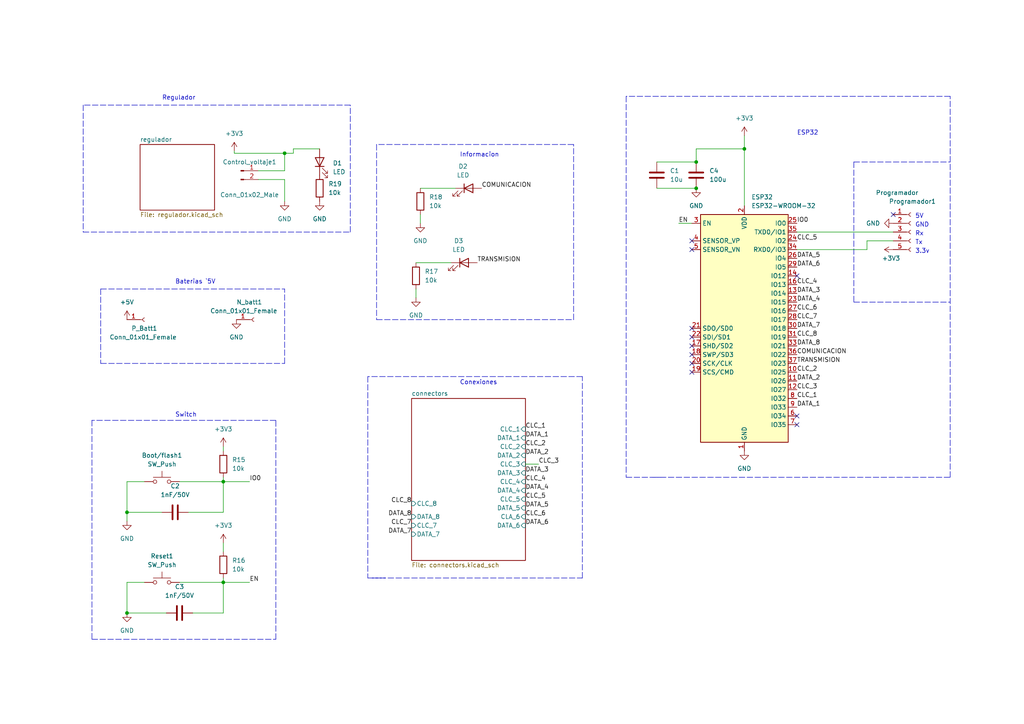
<source format=kicad_sch>
(kicad_sch (version 20211123) (generator eeschema)
  (paper "A4")
  (lib_symbols
    (symbol "Connector:Conn_01x01_Female" (pin_names (offset 1.016) hide)
      (property "Reference" "J" (at 0 2.54 0))
      (property "Value" "Conn_01x01_Female" (at 0 -2.54 0))
      (symbol "Conn_01x01_Female_1_1"
        (polyline (pts (xy -1.27 0) (xy -0.508 0)) (stroke (width 0.1524)))
        (arc (start 0 0.508) (mid -0.508 0) (end 0 -0.508) (stroke (width 0.1524)))
        (pin passive line (at -5.08 0 0) (length 3.81) (name "Pin_1") (number "1"))
      )
    )
    (symbol "Connector:Conn_01x02_Male" (pin_names (offset 1.016) hide)
      (property "Reference" "J" (at 0 2.54 0))
      (property "Value" "Conn_01x02_Male" (at 0 -5.08 0))
      (symbol "Conn_01x02_Male_1_1"
        (polyline (pts (xy 1.27 -2.54) (xy 0.8636 -2.54)) (stroke (width 0.1524)))
        (polyline (pts (xy 1.27 0) (xy 0.8636 0)) (stroke (width 0.1524)))
        (rectangle (start 0.8636 -2.413) (end 0 -2.667) (stroke (width 0.1524)) (fill (type outline)))
        (rectangle (start 0.8636 0.127) (end 0 -0.127) (stroke (width 0.1524)) (fill (type outline)))
        (pin passive line (at 5.08 0 180) (length 3.81) (name "Pin_1") (number "1"))
        (pin passive line (at 5.08 -2.54 180) (length 3.81) (name "Pin_2") (number "2"))
      )
    )
    (symbol "Connector:Conn_01x05_Female" (pin_names (offset 1.016) hide)
      (property "Reference" "J" (at 0 7.62 0))
      (property "Value" "Conn_01x05_Female" (at 0 -7.62 0))
      (symbol "Conn_01x05_Female_1_1"
        (arc (start 0 -4.572) (mid -0.508 -5.08) (end 0 -5.588) (stroke (width 0.1524)))
        (arc (start 0 -2.032) (mid -0.508 -2.54) (end 0 -3.048) (stroke (width 0.1524)))
        (polyline (pts (xy -1.27 -5.08) (xy -0.508 -5.08)) (stroke (width 0.1524)))
        (polyline (pts (xy -1.27 -2.54) (xy -0.508 -2.54)) (stroke (width 0.1524)))
        (polyline (pts (xy -1.27 0) (xy -0.508 0)) (stroke (width 0.1524)))
        (polyline (pts (xy -1.27 2.54) (xy -0.508 2.54)) (stroke (width 0.1524)))
        (polyline (pts (xy -1.27 5.08) (xy -0.508 5.08)) (stroke (width 0.1524)))
        (arc (start 0 0.508) (mid -0.508 0) (end 0 -0.508) (stroke (width 0.1524)))
        (arc (start 0 3.048) (mid -0.508 2.54) (end 0 2.032) (stroke (width 0.1524)))
        (arc (start 0 5.588) (mid -0.508 5.08) (end 0 4.572) (stroke (width 0.1524)))
        (pin passive line (at -5.08 5.08 0) (length 3.81) (name "Pin_1") (number "1"))
        (pin passive line (at -5.08 2.54 0) (length 3.81) (name "Pin_2") (number "2"))
        (pin passive line (at -5.08 0 0) (length 3.81) (name "Pin_3") (number "3"))
        (pin passive line (at -5.08 -2.54 0) (length 3.81) (name "Pin_4") (number "4"))
        (pin passive line (at -5.08 -5.08 0) (length 3.81) (name "Pin_5") (number "5"))
      )
    )
    (symbol "Device:C" (pin_numbers hide) (pin_names (offset 0.254))
      (property "Reference" "C" (at 0.635 2.54 0))
      (property "Value" "C" (at 0.635 -2.54 0))
      (symbol "C_0_1"
        (polyline (pts (xy -2.032 -0.762) (xy 2.032 -0.762)) (stroke (width 0.508)))
        (polyline (pts (xy -2.032 0.762) (xy 2.032 0.762)) (stroke (width 0.508)))
      )
      (symbol "C_1_1"
        (pin passive line (at 0 3.81 270) (length 2.794) (name "~") (number "1"))
        (pin passive line (at 0 -3.81 90) (length 2.794) (name "~") (number "2"))
      )
    )
    (symbol "Device:LED" (pin_numbers hide) (pin_names (offset 1.016) hide)
      (property "Reference" "D" (at 0 2.54 0))
      (property "Value" "LED" (at 0 -2.54 0))
      (symbol "LED_0_1"
        (polyline (pts (xy -1.27 -1.27) (xy -1.27 1.27)) (stroke (width 0.254)))
        (polyline (pts (xy -1.27 0) (xy 1.27 0)))
        (polyline (pts (xy 1.27 -1.27) (xy 1.27 1.27) (xy -1.27 0) (xy 1.27 -1.27)) (stroke (width 0.254)))
        (polyline (pts (xy -3.048 -0.762) (xy -4.572 -2.286) (xy -3.81 -2.286) (xy -4.572 -2.286) (xy -4.572 -1.524)))
        (polyline (pts (xy -1.778 -0.762) (xy -3.302 -2.286) (xy -2.54 -2.286) (xy -3.302 -2.286) (xy -3.302 -1.524)))
      )
      (symbol "LED_1_1"
        (pin passive line (at -3.81 0 0) (length 2.54) (name "K") (number "1"))
        (pin passive line (at 3.81 0 180) (length 2.54) (name "A") (number "2"))
      )
    )
    (symbol "Device:R" (pin_numbers hide) (pin_names (offset 0))
      (property "Reference" "R" (at 2.032 0 90))
      (property "Value" "R" (at 0 0 90))
      (symbol "R_0_1"
        (rectangle (start -1.016 -2.54) (end 1.016 2.54) (stroke (width 0.254)))
      )
      (symbol "R_1_1"
        (pin passive line (at 0 3.81 270) (length 1.27) (name "~") (number "1"))
        (pin passive line (at 0 -3.81 90) (length 1.27) (name "~") (number "2"))
      )
    )
    (symbol "RF_Module:ESP32-WROOM-32"
      (property "Reference" "U" (at -12.7 34.29 0))
      (property "Value" "ESP32-WROOM-32" (at 1.27 34.29 0))
      (symbol "ESP32-WROOM-32_0_1"
        (rectangle (start -12.7 33.02) (end 12.7 -33.02) (stroke (width 0.254)) (fill (type background)))
      )
      (symbol "ESP32-WROOM-32_1_1"
        (pin power_in line (at 0 -35.56 90) (length 2.54) (name "GND") (number "1"))
        (pin bidirectional line (at 15.24 -12.7 180) (length 2.54) (name "IO25") (number "10"))
        (pin bidirectional line (at 15.24 -15.24 180) (length 2.54) (name "IO26") (number "11"))
        (pin bidirectional line (at 15.24 -17.78 180) (length 2.54) (name "IO27") (number "12"))
        (pin bidirectional line (at 15.24 10.16 180) (length 2.54) (name "IO14") (number "13"))
        (pin bidirectional line (at 15.24 15.24 180) (length 2.54) (name "IO12") (number "14"))
        (pin passive line (at 0 -35.56 90) (length 2.54) hide (name "GND") (number "15"))
        (pin bidirectional line (at 15.24 12.7 180) (length 2.54) (name "IO13") (number "16"))
        (pin bidirectional line (at -15.24 -5.08 0) (length 2.54) (name "SHD/SD2") (number "17"))
        (pin bidirectional line (at -15.24 -7.62 0) (length 2.54) (name "SWP/SD3") (number "18"))
        (pin bidirectional line (at -15.24 -12.7 0) (length 2.54) (name "SCS/CMD") (number "19"))
        (pin power_in line (at 0 35.56 270) (length 2.54) (name "VDD") (number "2"))
        (pin bidirectional line (at -15.24 -10.16 0) (length 2.54) (name "SCK/CLK") (number "20"))
        (pin bidirectional line (at -15.24 0 0) (length 2.54) (name "SDO/SD0") (number "21"))
        (pin bidirectional line (at -15.24 -2.54 0) (length 2.54) (name "SDI/SD1") (number "22"))
        (pin bidirectional line (at 15.24 7.62 180) (length 2.54) (name "IO15") (number "23"))
        (pin bidirectional line (at 15.24 25.4 180) (length 2.54) (name "IO2") (number "24"))
        (pin bidirectional line (at 15.24 30.48 180) (length 2.54) (name "IO0") (number "25"))
        (pin bidirectional line (at 15.24 20.32 180) (length 2.54) (name "IO4") (number "26"))
        (pin bidirectional line (at 15.24 5.08 180) (length 2.54) (name "IO16") (number "27"))
        (pin bidirectional line (at 15.24 2.54 180) (length 2.54) (name "IO17") (number "28"))
        (pin bidirectional line (at 15.24 17.78 180) (length 2.54) (name "IO5") (number "29"))
        (pin input line (at -15.24 30.48 0) (length 2.54) (name "EN") (number "3"))
        (pin bidirectional line (at 15.24 0 180) (length 2.54) (name "IO18") (number "30"))
        (pin bidirectional line (at 15.24 -2.54 180) (length 2.54) (name "IO19") (number "31"))
        (pin no_connect line (at -12.7 -27.94 0) (length 2.54) hide (name "NC") (number "32"))
        (pin bidirectional line (at 15.24 -5.08 180) (length 2.54) (name "IO21") (number "33"))
        (pin bidirectional line (at 15.24 22.86 180) (length 2.54) (name "RXD0/IO3") (number "34"))
        (pin bidirectional line (at 15.24 27.94 180) (length 2.54) (name "TXD0/IO1") (number "35"))
        (pin bidirectional line (at 15.24 -7.62 180) (length 2.54) (name "IO22") (number "36"))
        (pin bidirectional line (at 15.24 -10.16 180) (length 2.54) (name "IO23") (number "37"))
        (pin passive line (at 0 -35.56 90) (length 2.54) hide (name "GND") (number "38"))
        (pin passive line (at 0 -35.56 90) (length 2.54) hide (name "GND") (number "39"))
        (pin input line (at -15.24 25.4 0) (length 2.54) (name "SENSOR_VP") (number "4"))
        (pin input line (at -15.24 22.86 0) (length 2.54) (name "SENSOR_VN") (number "5"))
        (pin input line (at 15.24 -25.4 180) (length 2.54) (name "IO34") (number "6"))
        (pin input line (at 15.24 -27.94 180) (length 2.54) (name "IO35") (number "7"))
        (pin bidirectional line (at 15.24 -20.32 180) (length 2.54) (name "IO32") (number "8"))
        (pin bidirectional line (at 15.24 -22.86 180) (length 2.54) (name "IO33") (number "9"))
      )
    )
    (symbol "Switch:SW_Push" (pin_numbers hide) (pin_names (offset 1.016) hide)
      (property "Reference" "SW" (at 1.27 2.54 0))
      (property "Value" "SW_Push" (at 0 -1.524 0))
      (symbol "SW_Push_0_1"
        (circle (center -2.032 0) (radius 0.508))
        (polyline (pts (xy 0 1.27) (xy 0 3.048)))
        (polyline (pts (xy 2.54 1.27) (xy -2.54 1.27)))
        (circle (center 2.032 0) (radius 0.508))
        (pin passive line (at -5.08 0 0) (length 2.54) (name "1") (number "1"))
        (pin passive line (at 5.08 0 180) (length 2.54) (name "2") (number "2"))
      )
    )
    (symbol "power:+3.3V" (power) (pin_names (offset 0))
      (property "Value" "+3.3V" (at 0 3.556 0))
      (symbol "+3.3V_0_1"
        (polyline (pts (xy -0.762 1.27) (xy 0 2.54)))
        (polyline (pts (xy 0 0) (xy 0 2.54)))
        (polyline (pts (xy 0 2.54) (xy 0.762 1.27)))
      )
      (symbol "+3.3V_1_1"
        (pin power_in line (at 0 0 90) (length 0) hide (name "+3V3") (number "1"))
      )
    )
    (symbol "power:+5V" (power) (pin_names (offset 0))
      (property "Value" "+5V" (at 0 3.556 0))
      (symbol "+5V_0_1"
        (polyline (pts (xy -0.762 1.27) (xy 0 2.54)))
        (polyline (pts (xy 0 0) (xy 0 2.54)))
        (polyline (pts (xy 0 2.54) (xy 0.762 1.27)))
      )
      (symbol "+5V_1_1"
        (pin power_in line (at 0 0 90) (length 0) hide (name "+5V") (number "1"))
      )
    )
    (symbol "power:GND" (power) (pin_names (offset 0))
      (property "Value" "GND" (at 0 -3.81 0))
      (symbol "GND_0_1"
        (polyline (pts (xy 0 0) (xy 0 -1.27) (xy 1.27 -1.27) (xy 0 -2.54) (xy -1.27 -1.27) (xy 0 -1.27)))
      )
      (symbol "GND_1_1"
        (pin power_in line (at 0 0 270) (length 0) hide (name "GND") (number "1"))
      )
    )
  )
  (junction (at 201.93 54.61))
  (junction (at 82.55 44.45))
  (junction (at 36.83 177.8))
  (junction (at 36.83 148.59))
  (junction (at 201.93 46.99))
  (junction (at 64.77 168.91))
  (junction (at 215.9 43.18))
  (junction (at 64.77 139.7))
  (no_connect (at 231.14 80.01))
  (no_connect (at 200.66 105.41))
  (no_connect (at 200.66 102.87))
  (no_connect (at 231.14 123.19))
  (no_connect (at 231.14 120.65))
  (no_connect (at 200.66 107.95))
  (no_connect (at 200.66 100.33))
  (no_connect (at 200.66 97.79))
  (no_connect (at 200.66 95.25))
  (no_connect (at 200.66 72.39))
  (no_connect (at 200.66 69.85))
  (no_connect (at 259.08 62.23))
  (wire (pts (xy 85.09 43.18) (xy 85.09 44.45)))
  (wire (pts (xy 231.14 72.39) (xy 251.46 72.39)))
  (polyline (pts (xy 181.61 138.43) (xy 191.77 138.43)))
  (polyline (pts (xy 29.21 83.82) (xy 82.55 83.82)))
  (polyline (pts (xy 80.01 121.92) (xy 26.67 121.92)))
  (polyline (pts (xy 181.61 27.94) (xy 181.61 138.43)))
  (wire (pts (xy 67.945 44.45) (xy 67.945 43.815)))
  (wire (pts (xy 36.83 168.91) (xy 41.91 168.91)))
  (polyline (pts (xy 101.6 67.31) (xy 101.6 30.48)))
  (wire (pts (xy 64.77 139.7) (xy 72.39 139.7)))
  (wire (pts (xy 64.77 139.7) (xy 64.77 138.43)))
  (wire (pts (xy 215.9 43.18) (xy 215.9 59.69)))
  (wire (pts (xy 92.71 43.18) (xy 85.09 43.18)))
  (wire (pts (xy 82.55 49.53) (xy 82.55 44.45)))
  (polyline (pts (xy 166.37 92.71) (xy 166.37 41.91)))
  (wire (pts (xy 74.93 52.07) (xy 82.55 52.07)))
  (wire (pts (xy 64.77 168.91) (xy 64.77 167.64)))
  (wire (pts (xy 190.5 54.61) (xy 201.93 54.61)))
  (polyline (pts (xy 82.55 105.41) (xy 82.55 83.82)))
  (polyline (pts (xy 166.37 41.91) (xy 109.22 41.91)))
  (polyline (pts (xy 275.59 138.43) (xy 275.59 27.94)))
  (polyline (pts (xy 168.91 109.22) (xy 106.68 109.22)))
  (polyline (pts (xy 80.01 185.42) (xy 80.01 121.92)))
  (polyline (pts (xy 24.13 67.31) (xy 101.6 67.31)))
  (polyline (pts (xy 26.67 185.42) (xy 80.01 185.42)))
  (polyline (pts (xy 29.21 83.82) (xy 29.21 105.41)))
  (wire (pts (xy 54.61 148.59) (xy 64.77 148.59)))
  (wire (pts (xy 121.92 54.61) (xy 132.08 54.61)))
  (wire (pts (xy 64.77 129.54) (xy 64.77 130.81)))
  (wire (pts (xy 52.07 139.7) (xy 64.77 139.7)))
  (polyline (pts (xy 29.21 105.41) (xy 82.55 105.41)))
  (polyline (pts (xy 109.22 41.91) (xy 109.22 92.71)))
  (wire (pts (xy 120.65 76.2) (xy 130.81 76.2)))
  (polyline (pts (xy 275.59 27.94) (xy 181.61 27.94)))
  (wire (pts (xy 64.77 168.91) (xy 72.39 168.91)))
  (wire (pts (xy 251.46 69.85) (xy 259.08 69.85)))
  (wire (pts (xy 196.85 64.77) (xy 200.66 64.77)))
  (wire (pts (xy 215.9 39.37) (xy 215.9 43.18)))
  (wire (pts (xy 82.55 52.07) (xy 82.55 58.42)))
  (polyline (pts (xy 189.23 138.43) (xy 275.59 138.43)))
  (wire (pts (xy 121.92 62.23) (xy 121.92 64.77)))
  (wire (pts (xy 231.14 67.31) (xy 259.08 67.31)))
  (wire (pts (xy 251.46 72.39) (xy 251.46 69.85)))
  (wire (pts (xy 82.55 44.45) (xy 85.09 44.45)))
  (wire (pts (xy 152.4 134.62) (xy 156.21 134.62)))
  (wire (pts (xy 36.83 139.7) (xy 41.91 139.7)))
  (wire (pts (xy 36.83 177.8) (xy 48.26 177.8)))
  (wire (pts (xy 52.07 168.91) (xy 64.77 168.91)))
  (polyline (pts (xy 109.22 92.71) (xy 166.37 92.71)))
  (wire (pts (xy 190.5 46.99) (xy 201.93 46.99)))
  (polyline (pts (xy 247.65 87.63) (xy 275.59 87.63)))
  (wire (pts (xy 36.83 168.91) (xy 36.83 177.8)))
  (wire (pts (xy 64.77 148.59) (xy 64.77 139.7)))
  (wire (pts (xy 36.83 139.7) (xy 36.83 148.59)))
  (wire (pts (xy 64.77 177.8) (xy 64.77 168.91)))
  (wire (pts (xy 64.77 157.48) (xy 64.77 160.02)))
  (wire (pts (xy 201.93 46.99) (xy 201.93 43.18)))
  (wire (pts (xy 36.83 148.59) (xy 46.99 148.59)))
  (wire (pts (xy 67.945 44.45) (xy 82.55 44.45)))
  (wire (pts (xy 120.65 83.82) (xy 120.65 86.36)))
  (polyline (pts (xy 107.95 167.64) (xy 168.91 167.64)))
  (wire (pts (xy 55.88 177.8) (xy 64.77 177.8)))
  (polyline (pts (xy 247.65 46.99) (xy 247.65 87.63)))
  (wire (pts (xy 74.93 49.53) (xy 82.55 49.53)))
  (polyline (pts (xy 106.68 167.64) (xy 111.76 167.64)))
  (polyline (pts (xy 24.13 30.48) (xy 24.13 67.31)))
  (polyline (pts (xy 26.67 121.92) (xy 26.67 185.42)))
  (wire (pts (xy 201.93 43.18) (xy 215.9 43.18)))
  (polyline (pts (xy 247.65 46.99) (xy 275.59 46.99)))
  (polyline (pts (xy 168.91 167.64) (xy 168.91 109.22)))
  (wire (pts (xy 36.83 148.59) (xy 36.83 151.13)))
  (polyline (pts (xy 101.6 30.48) (xy 24.13 30.48)))
  (polyline (pts (xy 106.68 109.22) (xy 106.68 167.64)))
  (text "Regulador\n" (at 46.99 29.21 0) (effects (font (size 1.27 1.27)) (justify left bottom)))
  (text "Tx\n" (at 265.43 71.12 0) (effects (font (size 1.27 1.27)) (justify left bottom)))
  (text "ESP32\n" (at 231.14 39.37 0) (effects (font (size 1.27 1.27)) (justify left bottom)))
  (text "GND\n" (at 265.43 66.04 0) (effects (font (size 1.27 1.27)) (justify left bottom)))
  (text "Informacion\n" (at 133.35 45.72 0) (effects (font (size 1.27 1.27)) (justify left bottom)))
  (text "5V\n" (at 265.43 63.5 0) (effects (font (size 1.27 1.27)) (justify left bottom)))
  (text "3.3v\n" (at 265.43 73.66 0) (effects (font (size 1.27 1.27)) (justify left bottom)))
  (text "Baterias `5V\n" (at 50.8 82.55 0) (effects (font (size 1.27 1.27)) (justify left bottom)))
  (text "Switch\n\n" (at 50.8 123.19 0) (effects (font (size 1.27 1.27)) (justify left bottom)))
  (text "Rx\n" (at 265.43 68.58 0) (effects (font (size 1.27 1.27)) (justify left bottom)))
  (text "Conexiones\n" (at 133.35 111.76 0) (effects (font (size 1.27 1.27)) (justify left bottom)))
  (label "DATA_5" (at 152.4 147.32 0))
  (label "CLC_1" (at 231.14 115.57 0))
  (label "CLC_3" (at 231.14 113.03 0))
  (label "CLC_8" (at 119.38 146.05 180))
  (label "CLC_3" (at 156.21 134.62 0))
  (label "DATA_2" (at 152.4 132.08 0))
  (label "DATA_7" (at 119.38 154.94 180))
  (label "CLC_6" (at 231.14 90.17 0))
  (label "CLC_2" (at 152.4 129.54 0))
  (label "CLC_1" (at 152.4 124.46 0))
  (label "TRANSMISION" (at 138.43 76.2 0))
  (label "IO0" (at 72.39 139.7 0))
  (label "CLC_4" (at 231.14 82.55 0))
  (label "DATA_6" (at 152.4 152.4 0))
  (label "DATA_4" (at 231.14 87.63 0))
  (label "CLC_4" (at 152.4 139.7 0))
  (label "CLC_6" (at 152.4 149.86 0))
  (label "DATA_1" (at 231.14 118.11 0))
  (label "DATA_8" (at 119.38 149.86 180))
  (label "EN" (at 196.85 64.77 0))
  (label "CLC_5" (at 152.4 144.78 0))
  (label "CLC_7" (at 119.38 152.4 180))
  (label "DATA_8" (at 231.14 100.33 0))
  (label "DATA_3" (at 231.14 85.09 0))
  (label "CLC_7" (at 231.14 92.71 0))
  (label "DATA_6" (at 231.14 77.47 0))
  (label "IO0" (at 231.14 64.77 0))
  (label "COMUNICACION" (at 139.7 54.61 0))
  (label "DATA_7" (at 231.14 95.25 0))
  (label "DATA_1" (at 152.4 127 0))
  (label "COMUNICACION" (at 231.14 102.87 0))
  (label "DATA_3" (at 152.4 137.16 0))
  (label "EN" (at 72.39 168.91 0))
  (label "CLC_5" (at 231.14 69.85 0))
  (label "CLC_2" (at 231.14 107.95 0))
  (label "DATA_2" (at 231.14 110.49 0))
  (label "CLC_8" (at 231.14 97.79 0))
  (label "DATA_4" (at 152.4 142.24 0))
  (label "DATA_5" (at 231.14 74.93 0))
  (label "TRANSMISION" (at 231.14 105.41 0))
  (symbol (lib_id "power:GND") (at 68.58 92.71 0) (unit 1)
    (property "Reference" "#PWR0111" (effects hide))
    (property "Value" "GND" (at 68.58 97.79 0))
  )
  (symbol (lib_id "Device:R") (at 121.92 58.42 0) (unit 1)
    (property "Reference" "R18" (at 124.46 57.1499 0) (effects (justify left)))
    (property "Value" "10k" (at 124.46 59.6899 0) (effects (justify left)))
    (property "Footprint" "Resistor_SMD:R_0805_2012Metric_Pad1.20x1.40mm_HandSolder" (effects hide))
  )
  (symbol (lib_id "Connector:Conn_01x02_Male") (at 69.85 49.53 0) (unit 1)
    (property "Reference" "Control_voltaje1" (at 72.39 46.99 0))
    (property "Value" "Conn_01x02_Male" (at 72.39 56.515 0))
    (property "Footprint" "Connector_PinHeader_2.54mm:PinHeader_1x02_P2.54mm_Vertical" (effects hide))
  )
  (symbol (lib_id "Connector:Conn_01x01_Female") (at 41.91 92.71 0) (unit 1)
    (property "Reference" "P_Batt1" (at 38.1 95.25 0) (effects (justify left)))
    (property "Value" "Conn_01x01_Female" (at 31.75 97.79 0) (effects (justify left)))
    (property "Footprint" "Connector_PinHeader_2.54mm:PinHeader_1x01_P2.54mm_Vertical" (effects hide))
  )
  (symbol (lib_id "Device:LED") (at 135.89 54.61 0) (unit 1)
    (property "Reference" "D2" (at 134.3025 48.26 0))
    (property "Value" "LED" (at 134.3025 50.8 0))
    (property "Footprint" "LED_SMD:LED_1206_3216Metric_Pad1.42x1.75mm_HandSolder" (effects hide))
    (property "compra" "https://articulo.mercadolibre.com.co/MCO-638946948-diodo-led-smd-1206-x-5-unidades-_JM?searchVariation=88912430079#searchVariation=88912430079&position=43&search_layout=stack&type=item&tracking_id=d4231f3d-9e3d-4e5a-af3b-f00ddaa8a1b0" (effects hide))
  )
  (symbol (lib_id "power:+3.3V") (at 215.9 39.37 0) (unit 1)
    (property "Reference" "#PWR0110" (effects hide))
    (property "Value" "+3.3V" (at 215.9 34.29 0))
  )
  (symbol (lib_id "Device:R") (at 64.77 163.83 0) (unit 1)
    (property "Reference" "R16" (at 67.31 162.5599 0) (effects (justify left)))
    (property "Value" "10k" (at 67.31 165.0999 0) (effects (justify left)))
    (property "Footprint" "Resistor_SMD:R_0805_2012Metric_Pad1.20x1.40mm_HandSolder" (effects hide))
  )
  (symbol (lib_id "Device:C") (at 201.93 50.8 0) (unit 1)
    (property "Reference" "C4" (at 205.74 49.5299 0) (effects (justify left)))
    (property "Value" "100u" (at 205.74 52.0699 0) (effects (justify left)))
    (property "Footprint" "Capacitor_SMD:C_0805_2012Metric_Pad1.18x1.45mm_HandSolder" (effects hide))
  )
  (symbol (lib_id "power:+3.3V") (at 67.945 43.815 0) (unit 1)
    (property "Reference" "#PWR01" (effects hide))
    (property "Value" "+3.3V" (at 67.945 38.735 0))
  )
  (symbol (lib_id "Switch:SW_Push") (at 46.99 168.91 0) (unit 1)
    (property "Reference" "Reset1" (at 46.99 161.29 0))
    (property "Value" "SW_Push" (at 46.99 163.83 0))
    (property "Footprint" "Button_Switch_SMD:SW_SPST_EVQQ2" (effects hide))
  )
  (symbol (lib_id "Switch:SW_Push") (at 46.99 139.7 0) (unit 1)
    (property "Reference" "Boot/flash1" (at 46.99 132.08 0))
    (property "Value" "SW_Push" (at 46.99 134.62 0))
    (property "Footprint" "Button_Switch_SMD:SW_SPST_EVQQ2" (effects hide))
  )
  (symbol (lib_id "Device:R") (at 92.71 54.61 0) (unit 1)
    (property "Reference" "R19" (at 95.25 53.3399 0) (effects (justify left)))
    (property "Value" "10k" (at 95.25 55.8799 0) (effects (justify left)))
    (property "Footprint" "Resistor_SMD:R_0805_2012Metric_Pad1.20x1.40mm_HandSolder" (effects hide))
  )
  (symbol (lib_id "power:GND") (at 82.55 58.42 0) (unit 1)
    (property "Reference" "#PWR0113" (effects hide))
    (property "Value" "GND" (at 82.55 63.5 0))
  )
  (symbol (lib_id "power:+5V") (at 36.83 92.71 0) (unit 1)
    (property "Reference" "#PWR0112" (effects hide))
    (property "Value" "+5V" (at 36.83 87.63 0))
  )
  (symbol (lib_id "Connector:Conn_01x01_Female") (at 73.66 92.71 0) (unit 1)
    (property "Reference" "N_batt1" (at 68.58 87.63 0) (effects (justify left)))
    (property "Value" "Conn_01x01_Female" (at 60.96 90.17 0) (effects (justify left)))
    (property "Footprint" "Connector_PinHeader_2.54mm:PinHeader_1x01_P2.54mm_Vertical" (effects hide))
  )
  (symbol (lib_id "power:GND") (at 201.93 54.61 0) (unit 1)
    (property "Reference" "#PWR0109" (effects hide))
    (property "Value" "GND" (at 201.93 59.69 0))
  )
  (symbol (lib_id "power:+3.3V") (at 64.77 157.48 0) (unit 1)
    (property "Reference" "#PWR0104" (effects hide))
    (property "Value" "+3.3V" (at 64.77 152.4 0))
  )
  (symbol (lib_id "Device:LED") (at 92.71 46.99 90) (unit 1)
    (property "Reference" "D1" (at 96.52 47.3074 90) (effects (justify right)))
    (property "Value" "LED" (at 96.52 49.8474 90) (effects (justify right)))
    (property "Footprint" "LED_SMD:LED_1206_3216Metric_Pad1.42x1.75mm_HandSolder" (effects hide))
  )
  (symbol (lib_id "Device:R") (at 120.65 80.01 0) (unit 1)
    (property "Reference" "R17" (at 123.19 78.7399 0) (effects (justify left)))
    (property "Value" "10k" (at 123.19 81.2799 0) (effects (justify left)))
    (property "Footprint" "Resistor_SMD:R_0805_2012Metric_Pad1.20x1.40mm_HandSolder" (effects hide))
  )
  (symbol (lib_id "power:GND") (at 36.83 177.8 0) (unit 1)
    (property "Reference" "#PWR0102" (effects hide))
    (property "Value" "GND" (at 36.83 182.88 0))
  )
  (symbol (lib_id "Device:R") (at 64.77 134.62 0) (unit 1)
    (property "Reference" "R15" (at 67.31 133.3499 0) (effects (justify left)))
    (property "Value" "10k" (at 67.31 135.8899 0) (effects (justify left)))
    (property "Footprint" "Resistor_SMD:R_0805_2012Metric_Pad1.20x1.40mm_HandSolder" (effects hide))
  )
  (symbol (lib_id "Connector:Conn_01x05_Female") (at 264.16 67.31 0) (unit 1)
    (property "Reference" "Programador1" (at 257.81 58.42 0) (effects (justify left)))
    (property "Value" "Programador" (at 254 55.88 0) (effects (justify left)))
    (property "Footprint" "Connector_PinHeader_2.54mm:PinHeader_1x05_P2.54mm_Vertical" (effects hide))
  )
  (symbol (lib_id "power:GND") (at 92.71 58.42 0) (unit 1)
    (property "Reference" "#PWR0114" (effects hide))
    (property "Value" "GND" (at 92.71 63.5 0))
  )
  (symbol (lib_id "Device:C") (at 50.8 148.59 90) (unit 1)
    (property "Reference" "C2" (at 50.8 140.97 90))
    (property "Value" "1nF/50V" (at 50.8 143.51 90))
    (property "Footprint" "Capacitor_SMD:C_0805_2012Metric_Pad1.18x1.45mm_HandSolder" (effects hide))
  )
  (symbol (lib_id "power:GND") (at 215.9 130.81 0) (unit 1)
    (property "Reference" "#PWR0108" (effects hide))
    (property "Value" "GND" (at 215.9 135.89 0))
  )
  (symbol (lib_id "power:GND") (at 121.92 64.77 0) (unit 1)
    (property "Reference" "#PWR0106" (effects hide))
    (property "Value" "GND" (at 121.92 69.85 0))
  )
  (symbol (lib_id "power:GND") (at 36.83 151.13 0) (unit 1)
    (property "Reference" "#PWR0101" (effects hide))
    (property "Value" "GND" (at 36.83 156.21 0))
  )
  (symbol (lib_id "power:+3.3V") (at 259.08 72.39 90) (unit 1)
    (property "Reference" "#PWR0116" (effects hide))
    (property "Value" "+3.3V" (at 258.445 74.93 90))
  )
  (symbol (lib_id "RF_Module:ESP32-WROOM-32") (at 215.9 95.25 0) (unit 1)
    (property "Reference" "ESP32" (at 217.9194 57.15 0) (effects (justify left)))
    (property "Value" "ESP32-WROOM-32" (at 217.9194 59.69 0) (effects (justify left)))
    (property "Footprint" "RF_Module:ESP32-WROOM-32" (effects hide))
    (property "Datasheet" "https://www.espressif.com/sites/default/files/documentation/esp32-wroom-32_datasheet_en.pdf" (effects hide))
  )
  (symbol (lib_id "Device:LED") (at 134.62 76.2 0) (unit 1)
    (property "Reference" "D3" (at 133.0325 69.85 0))
    (property "Value" "LED" (at 133.0325 72.39 0))
    (property "Footprint" "LED_SMD:LED_1206_3216Metric_Pad1.42x1.75mm_HandSolder" (effects hide))
    (property "compra" "https://articulo.mercadolibre.com.co/MCO-638946948-diodo-led-smd-1206-x-5-unidades-_JM?searchVariation=88912430079#searchVariation=88912430079&position=43&search_layout=stack&type=item&tracking_id=d4231f3d-9e3d-4e5a-af3b-f00ddaa8a1b0" (effects hide))
  )
  (symbol (lib_id "power:GND") (at 259.08 64.77 270) (unit 1)
    (property "Reference" "#PWR0107" (effects hide))
    (property "Value" "GND" (at 255.27 64.7699 90) (effects (justify right)))
  )
  (symbol (lib_id "Device:C") (at 190.5 50.8 0) (unit 1)
    (property "Reference" "C1" (at 194.31 49.5299 0) (effects (justify left)))
    (property "Value" "10u" (at 194.31 52.0699 0) (effects (justify left)))
    (property "Footprint" "Capacitor_SMD:C_0805_2012Metric_Pad1.18x1.45mm_HandSolder" (effects hide))
  )
  (symbol (lib_id "power:+3.3V") (at 64.77 129.54 0) (unit 1)
    (property "Reference" "#PWR0103" (effects hide))
    (property "Value" "+3.3V" (at 64.77 124.46 0))
  )
  (symbol (lib_id "Device:C") (at 52.07 177.8 90) (unit 1)
    (property "Reference" "C3" (at 52.07 170.18 90))
    (property "Value" "1nF/50V" (at 52.07 172.72 90))
    (property "Footprint" "Capacitor_SMD:C_0805_2012Metric_Pad1.18x1.45mm_HandSolder" (effects hide))
  )
  (symbol (lib_id "power:GND") (at 120.65 86.36 0) (unit 1)
    (property "Reference" "#PWR0105" (effects hide))
    (property "Value" "GND" (at 120.65 91.44 0))
  )
  (sheet (at 40.64 41.91) (size 21.59 19.05) (stroke (width 0.1524))
    (property "Sheet name" "regulador" (at 40.64 41.1984 0) (effects (justify left bottom)))
    (property "Sheet file" "regulador.kicad_sch" (at 40.64 61.5446 0) (effects (justify left top)))
  )
  (sheet (at 119.38 115.57) (size 33.02 46.99) (stroke (width 0.1524))
    (property "Sheet name" "connectors" (at 119.38 114.8584 0) (effects (justify left bottom)))
    (property "Sheet file" "connectors.kicad_sch" (at 119.38 163.1446 0) (effects (justify left top)))
    (pin "DATA_7" input (at 119.38 154.94 180))
    (pin "CLC_7" input (at 119.38 152.4 180))
    (pin "DATA_6" input (at 152.4 152.4 0))
    (pin "CLA_6" input (at 152.4 149.86 0))
    (pin "DATA_5" input (at 152.4 147.32 0))
    (pin "CLC_4" input (at 152.4 139.7 0))
    (pin "DATA_4" input (at 152.4 142.24 0))
    (pin "DATA_3" input (at 152.4 137.16 0))
    (pin "CLC_1" input (at 152.4 124.46 0))
    (pin "DATA_1" input (at 152.4 127 0))
    (pin "DATA_2" input (at 152.4 132.08 0))
    (pin "CLC_2" input (at 152.4 129.54 0))
    (pin "DATA_8" input (at 119.38 149.86 180))
    (pin "CLC_5" input (at 152.4 144.78 0))
    (pin "CLC_3" input (at 152.4 134.62 0))
    (pin "CLC_8" input (at 119.38 146.05 180))
  )
)
</source>
